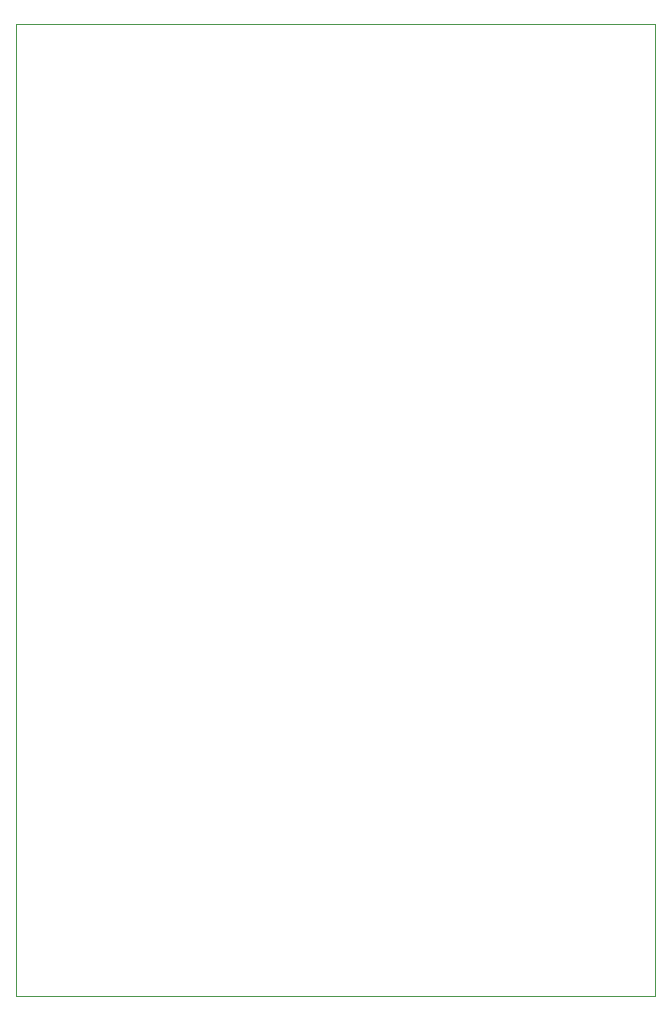
<source format=gm1>
%TF.GenerationSoftware,KiCad,Pcbnew,8.0.6*%
%TF.CreationDate,2025-01-14T16:33:27+13:00*%
%TF.ProjectId,FilamentDryerController1,46696c61-6d65-46e7-9444-72796572436f,rev?*%
%TF.SameCoordinates,Original*%
%TF.FileFunction,Profile,NP*%
%FSLAX46Y46*%
G04 Gerber Fmt 4.6, Leading zero omitted, Abs format (unit mm)*
G04 Created by KiCad (PCBNEW 8.0.6) date 2025-01-14 16:33:27*
%MOMM*%
%LPD*%
G01*
G04 APERTURE LIST*
%TA.AperFunction,Profile*%
%ADD10C,0.050000*%
%TD*%
G04 APERTURE END LIST*
D10*
X18542000Y-23622000D02*
X72644000Y-23622000D01*
X72644000Y-105918000D01*
X18542000Y-105918000D01*
X18542000Y-23622000D01*
M02*

</source>
